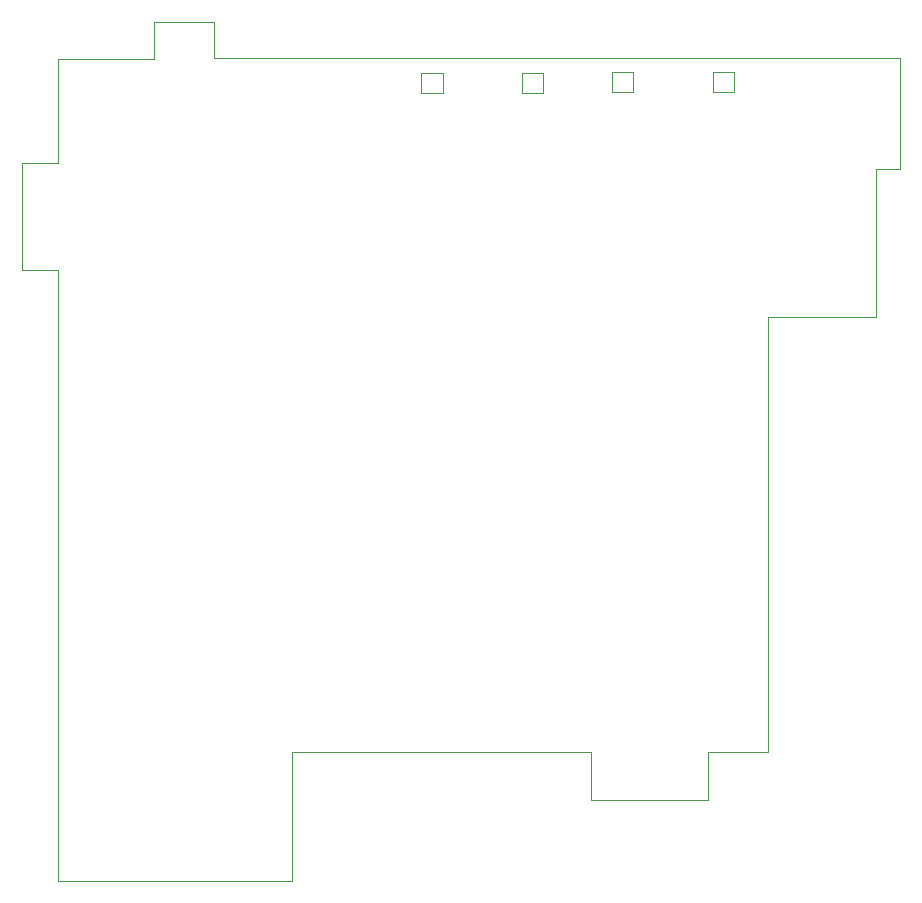
<source format=gm1>
%TF.GenerationSoftware,KiCad,Pcbnew,(6.0.1)*%
%TF.CreationDate,2022-03-13T01:10:21-07:00*%
%TF.ProjectId,Power PCB Ver C -  TH - RF is 9 Pin Genesis Port V2,506f7765-7220-4504-9342-205665722043,rev?*%
%TF.SameCoordinates,Original*%
%TF.FileFunction,Profile,NP*%
%FSLAX46Y46*%
G04 Gerber Fmt 4.6, Leading zero omitted, Abs format (unit mm)*
G04 Created by KiCad (PCBNEW (6.0.1)) date 2022-03-13 01:10:21*
%MOMM*%
%LPD*%
G01*
G04 APERTURE LIST*
%TA.AperFunction,Profile*%
%ADD10C,0.050000*%
%TD*%
%TA.AperFunction,Profile*%
%ADD11C,0.010000*%
%TD*%
G04 APERTURE END LIST*
D10*
X114326100Y-80613600D02*
X114326100Y-71813600D01*
X127526100Y-68613600D02*
X127526100Y-71713600D01*
X122476100Y-68613600D02*
X127526100Y-68613600D01*
X127526100Y-71713600D02*
X185676100Y-71713600D01*
X111326100Y-80613600D02*
X114326100Y-80613600D01*
X159476100Y-134493600D02*
X159476100Y-130493600D01*
X174476100Y-130493600D02*
X169426100Y-130493600D01*
X185676100Y-71713600D02*
X185676100Y-81113600D01*
X183626100Y-93613600D02*
X174476100Y-93613600D01*
X114326100Y-141393600D02*
X114326100Y-89613600D01*
X114326100Y-89613600D02*
X111326100Y-89613600D01*
X134126100Y-141393600D02*
X114326100Y-141393600D01*
X185676100Y-81113600D02*
X183626100Y-81113600D01*
X159476100Y-130493600D02*
X134126100Y-130493600D01*
X122476100Y-71813600D02*
X122476100Y-68613600D01*
X183626100Y-81113600D02*
X183626100Y-93613600D01*
X174476100Y-93613600D02*
X174476100Y-130493600D01*
X169426100Y-130493600D02*
X169426100Y-134493600D01*
X114326100Y-71813600D02*
X122476100Y-71813600D01*
X111326100Y-89613600D02*
X111326100Y-80613600D01*
X134126100Y-130493600D02*
X134126100Y-141393600D01*
X169426100Y-134493600D02*
X159476100Y-134493600D01*
D11*
%TO.C,J17*%
X163068100Y-72877600D02*
X161268100Y-72877600D01*
X171568100Y-74577600D02*
X171568100Y-72877600D01*
X163068100Y-74577600D02*
X163068100Y-72877600D01*
X169768100Y-74577600D02*
X171568100Y-74577600D01*
X169768100Y-72877600D02*
X169768100Y-74577600D01*
X171568100Y-72877600D02*
X169768100Y-72877600D01*
X161268100Y-72877600D02*
X161268100Y-74577600D01*
X161268100Y-74577600D02*
X163068100Y-74577600D01*
%TO.C,J18*%
X155422100Y-74671600D02*
X155422100Y-72971600D01*
X155422100Y-72971600D02*
X153622100Y-72971600D01*
X145122100Y-74671600D02*
X146922100Y-74671600D01*
X145122100Y-72971600D02*
X145122100Y-74671600D01*
X153622100Y-74671600D02*
X155422100Y-74671600D01*
X146922100Y-72971600D02*
X145122100Y-72971600D01*
X153622100Y-72971600D02*
X153622100Y-74671600D01*
X146922100Y-74671600D02*
X146922100Y-72971600D01*
%TD*%
M02*

</source>
